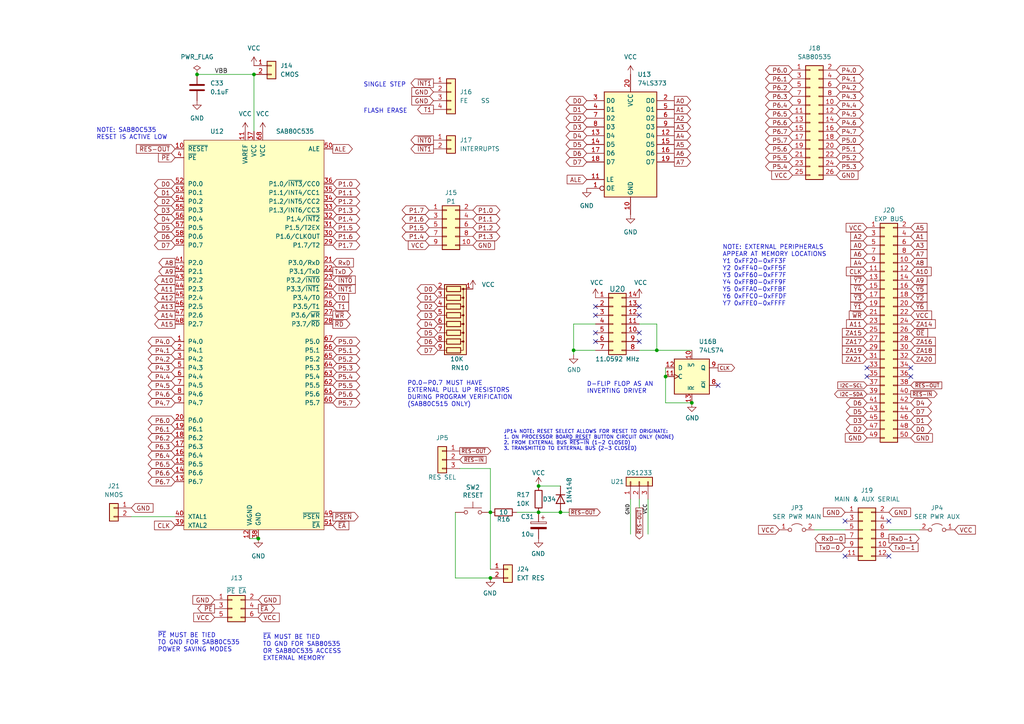
<source format=kicad_sch>
(kicad_sch (version 20211123) (generator eeschema)
  (paper "A4")
  (junction (at 142.24 167.64))
  (junction (at 142.24 148.59))
  (junction (at 57.15 21.59))
  (junction (at 156.21 148.59))
  (junction (at 156.21 140.97))
  (junction (at 200.66 116.84))
  (junction (at 73.66 21.59))
  (junction (at 162.56 148.59))
  (junction (at 166.37 101.6))
  (junction (at 74.93 156.21))
  (junction (at 190.5 101.6))
  (junction (at 193.04 109.22))
  (no_connect (at 245.11 151.13))
  (no_connect (at 245.11 161.29))
  (no_connect (at 257.81 151.13))
  (no_connect (at 257.81 161.29))
  (no_connect (at 264.16 106.68))
  (no_connect (at 172.72 91.44))
  (no_connect (at 264.16 109.22))
  (no_connect (at 185.42 88.9))
  (no_connect (at 172.72 99.06))
  (no_connect (at 185.42 99.06))
  (no_connect (at 208.28 111.76))
  (no_connect (at 251.46 109.22))
  (no_connect (at 251.46 106.68))
  (no_connect (at 172.72 88.9))
  (no_connect (at 185.42 96.52))
  (no_connect (at 172.72 96.52))
  (no_connect (at 185.42 91.44))
  (wire (pts (xy 142.24 135.89) (xy 133.35 135.89)))
  (wire (pts (xy 165.1 148.59) (xy 162.56 148.59)))
  (wire (pts (xy 266.7 153.67) (xy 257.81 153.67)))
  (wire (pts (xy 193.04 109.22) (xy 193.04 116.84)))
  (wire (pts (xy 132.08 148.59) (xy 132.08 167.64)))
  (wire (pts (xy 57.15 21.59) (xy 73.66 21.59)))
  (wire (pts (xy 166.37 93.98) (xy 166.37 101.6)))
  (wire (pts (xy 132.08 167.64) (xy 142.24 167.64)))
  (wire (pts (xy 72.39 156.21) (xy 74.93 156.21)))
  (wire (pts (xy 190.5 101.6) (xy 200.66 101.6)))
  (wire (pts (xy 193.04 106.68) (xy 193.04 109.22)))
  (wire (pts (xy 182.88 144.78) (xy 182.88 154.94)))
  (wire (pts (xy 142.24 148.59) (xy 142.24 165.1)))
  (wire (pts (xy 162.56 148.59) (xy 156.21 148.59)))
  (wire (pts (xy 156.21 148.59) (xy 149.86 148.59)))
  (wire (pts (xy 166.37 101.6) (xy 172.72 101.6)))
  (wire (pts (xy 38.1 149.86) (xy 50.8 149.86)))
  (wire (pts (xy 190.5 93.98) (xy 190.5 101.6)))
  (wire (pts (xy 73.66 21.59) (xy 73.66 38.1)))
  (wire (pts (xy 185.42 147.32) (xy 185.42 144.78)))
  (wire (pts (xy 187.96 144.78) (xy 187.96 154.94)))
  (wire (pts (xy 236.22 153.67) (xy 245.11 153.67)))
  (wire (pts (xy 156.21 140.97) (xy 162.56 140.97)))
  (wire (pts (xy 185.42 93.98) (xy 190.5 93.98)))
  (wire (pts (xy 172.72 93.98) (xy 166.37 93.98)))
  (wire (pts (xy 166.37 102.87) (xy 166.37 101.6)))
  (wire (pts (xy 142.24 135.89) (xy 142.24 148.59)))
  (wire (pts (xy 190.5 101.6) (xy 185.42 101.6)))
  (wire (pts (xy 193.04 116.84) (xy 200.66 116.84)))
  (text "NOTE: SAB80C535\nRESET IS ACTIVE LOW" (at 27.94 40.64 0) (effects (font (size 1.27 1.27)) (justify left bottom)))
  (text "NOTE: EXTERNAL PERIPHERALS\nAPPEAR AT MEMORY LOCATIONS\nY1 0xFF20-0xFF3F\nY2 0xFF40-0xFF5F\nY3 0xFF60-0xFF7F\nY4 0xFF80-0xFF9F\nY5 0xFFA0-0xFFBF\nY6 0xFFC0-0xFFDF\nY7 0xFFE0-0xFFFF\n" (at 209.55 88.9 0) (effects (font (size 1.27 1.27)) (justify left bottom)))
  (text "D-FLIP FLOP AS AN \nINVERTING DRIVER" (at 170.18 114.3 0) (effects (font (size 1.27 1.27)) (justify left bottom)))
  (text "JP14 NOTE: RESET SELECT ALLOWS FOR RESET TO ORIGINATE:\n1. ON PROCESSOR BOARD RESET BUTTON CIRCUIT ONLY (NONE)\n2. FROM EXTERNAL BUS ~{RES-IN} (1-2 CLOSED)\n3. TRANSMITTED TO EXTERNAL BUS (2-3 CLOSED)" (at 146.05 130.81 0) (effects (font (size 1.016 1.016)) (justify left bottom)))
  (text "SINGLE STEP" (at 105.41 25.4 0) (effects (font (size 1.27 1.27)) (justify left bottom)))
  (text "~{EA} MUST BE TIED\nTO GND FOR SAB80535 \nOR SAB80C535 ACCESS\nEXTERNAL MEMORY" (at 76.2 191.77 0) (effects (font (size 1.27 1.27)) (justify left bottom)))
  (text "FLASH ERASE" (at 105.41 33.02 0) (effects (font (size 1.27 1.27)) (justify left bottom)))
  (text "~{PE} MUST BE TIED\nTO GND FOR SAB80C535\nPOWER SAVING MODES" (at 45.72 189.23 0) (effects (font (size 1.27 1.27)) (justify left bottom)))
  (text "P0.0-P0.7 MUST HAVE \nEXTERNAL PULL UP RESISTORS\nDURING PROGRAM VERIFICATION\n(SAB80C515 ONLY)" (at 118.11 118.11 0) (effects (font (size 1.27 1.27)) (justify left bottom)))
  (label "VBB" (at 62.23 21.59 0))
  (label "GND" (at 182.88 146.05 270) (effects (font (size 1.016 1.016))))
  (label "VCC" (at 187.96 146.05 270) (effects (font (size 1.016 1.016))))
  (global_label "D7" (shape bidirectional) (at 264.16 119.38 0) (property "Intersheet References" "${INTERSHEET_REFS}" (effects hide)))
  (global_label "P6.5" (shape bidirectional) (at 50.8 134.62 180) (property "Intersheet References" "${INTERSHEET_REFS}" (effects hide)))
  (global_label "P4.7" (shape bidirectional) (at 50.8 116.84 180) (property "Intersheet References" "${INTERSHEET_REFS}" (effects hide)))
  (global_label "CLK" (shape input) (at 251.46 78.74 180) (property "Intersheet References" "${INTERSHEET_REFS}" (effects hide)))
  (global_label "~{EA}" (shape input) (at 96.52 152.4 0) (property "Intersheet References" "${INTERSHEET_REFS}" (effects hide)))
  (global_label "~{PSEN}" (shape output) (at 96.52 149.86 0) (property "Intersheet References" "${INTERSHEET_REFS}" (effects hide)))
  (global_label "P1.3" (shape bidirectional) (at 96.52 60.96 0) (property "Intersheet References" "${INTERSHEET_REFS}" (effects hide)))
  (global_label "P5.6" (shape bidirectional) (at 229.87 43.18 180) (property "Intersheet References" "${INTERSHEET_REFS}" (effects hide)))
  (global_label "P6.1" (shape bidirectional) (at 50.8 124.46 180) (property "Intersheet References" "${INTERSHEET_REFS}" (effects hide)))
  (global_label "~{EA}" (shape output) (at 74.93 176.53 0) (property "Intersheet References" "${INTERSHEET_REFS}" (effects hide)))
  (global_label "P4.4" (shape bidirectional) (at 242.57 30.48 0) (property "Intersheet References" "${INTERSHEET_REFS}" (effects hide)))
  (global_label "P6.1" (shape bidirectional) (at 229.87 22.86 180) (property "Intersheet References" "${INTERSHEET_REFS}" (effects hide)))
  (global_label "D3" (shape bidirectional) (at 127 91.44 180) (property "Intersheet References" "${INTERSHEET_REFS}" (effects hide)))
  (global_label "D1" (shape bidirectional) (at 127 86.36 180) (property "Intersheet References" "${INTERSHEET_REFS}" (effects hide)))
  (global_label "ZA20" (shape input) (at 264.16 104.14 0) (property "Intersheet References" "${INTERSHEET_REFS}" (effects hide)))
  (global_label "P5.3" (shape bidirectional) (at 96.52 106.68 0) (property "Intersheet References" "${INTERSHEET_REFS}" (effects hide)))
  (global_label "P1.6" (shape bidirectional) (at 96.52 68.58 0) (property "Intersheet References" "${INTERSHEET_REFS}" (effects hide)))
  (global_label "I2C-SCL" (shape input) (at 251.46 111.76 180) (effects (font (size 1.016 1.016))) (property "Intersheet References" "${INTERSHEET_REFS}" (effects hide)))
  (global_label "CLK" (shape output) (at 208.28 106.68 0) (effects (font (size 1.016 1.016))) (property "Intersheet References" "${INTERSHEET_REFS}" (effects hide)))
  (global_label "P5.0" (shape bidirectional) (at 242.57 40.64 0) (property "Intersheet References" "${INTERSHEET_REFS}" (effects hide)))
  (global_label "A11" (shape input) (at 251.46 93.98 180) (property "Intersheet References" "${INTERSHEET_REFS}" (effects hide)))
  (global_label "P6.4" (shape bidirectional) (at 229.87 30.48 180) (property "Intersheet References" "${INTERSHEET_REFS}" (effects hide)))
  (global_label "A8" (shape input) (at 264.16 76.2 0) (property "Intersheet References" "${INTERSHEET_REFS}" (effects hide)))
  (global_label "P5.6" (shape bidirectional) (at 96.52 114.3 0) (property "Intersheet References" "${INTERSHEET_REFS}" (effects hide)))
  (global_label "A7" (shape input) (at 264.16 73.66 0) (property "Intersheet References" "${INTERSHEET_REFS}" (effects hide)))
  (global_label "D5" (shape bidirectional) (at 50.8 66.04 180) (property "Intersheet References" "${INTERSHEET_REFS}" (effects hide)))
  (global_label "D7" (shape bidirectional) (at 170.18 46.99 180) (property "Intersheet References" "${INTERSHEET_REFS}" (effects hide)))
  (global_label "CLK" (shape input) (at 50.8 152.4 180) (property "Intersheet References" "${INTERSHEET_REFS}" (effects hide)))
  (global_label "D5" (shape bidirectional) (at 170.18 41.91 180) (property "Intersheet References" "${INTERSHEET_REFS}" (effects hide)))
  (global_label "~{INT1}" (shape input) (at 96.52 83.82 0) (property "Intersheet References" "${INTERSHEET_REFS}" (effects hide)))
  (global_label "P5.1" (shape bidirectional) (at 96.52 101.6 0) (property "Intersheet References" "${INTERSHEET_REFS}" (effects hide)))
  (global_label "A4" (shape input) (at 251.46 76.2 180) (property "Intersheet References" "${INTERSHEET_REFS}" (effects hide)))
  (global_label "P4.7" (shape bidirectional) (at 242.57 38.1 0) (property "Intersheet References" "${INTERSHEET_REFS}" (effects hide)))
  (global_label "P1.1" (shape bidirectional) (at 96.52 55.88 0) (property "Intersheet References" "${INTERSHEET_REFS}" (effects hide)))
  (global_label "VCC" (shape input) (at 62.23 179.07 180) (property "Intersheet References" "${INTERSHEET_REFS}" (effects hide)))
  (global_label "A13" (shape output) (at 50.8 88.9 180) (property "Intersheet References" "${INTERSHEET_REFS}" (effects hide)))
  (global_label "GND" (shape input) (at 125.73 29.21 180) (property "Intersheet References" "${INTERSHEET_REFS}" (effects hide)))
  (global_label "D6" (shape bidirectional) (at 170.18 44.45 180) (property "Intersheet References" "${INTERSHEET_REFS}" (effects hide)))
  (global_label "D1" (shape bidirectional) (at 264.16 121.92 0) (property "Intersheet References" "${INTERSHEET_REFS}" (effects hide)))
  (global_label "P1.1" (shape bidirectional) (at 137.16 63.5 0) (property "Intersheet References" "${INTERSHEET_REFS}" (effects hide)))
  (global_label "A9" (shape input) (at 264.16 81.28 0) (property "Intersheet References" "${INTERSHEET_REFS}" (effects hide)))
  (global_label "GND" (shape input) (at 251.46 127 180) (property "Intersheet References" "${INTERSHEET_REFS}" (effects hide)))
  (global_label "P1.4" (shape bidirectional) (at 124.46 68.58 180) (property "Intersheet References" "${INTERSHEET_REFS}" (effects hide)))
  (global_label "P1.5" (shape bidirectional) (at 96.52 66.04 0) (property "Intersheet References" "${INTERSHEET_REFS}" (effects hide)))
  (global_label "P1.5" (shape bidirectional) (at 124.46 66.04 180) (property "Intersheet References" "${INTERSHEET_REFS}" (effects hide)))
  (global_label "A7" (shape output) (at 195.58 46.99 0) (property "Intersheet References" "${INTERSHEET_REFS}" (effects hide)))
  (global_label "P5.5" (shape bidirectional) (at 96.52 111.76 0) (property "Intersheet References" "${INTERSHEET_REFS}" (effects hide)))
  (global_label "P1.0" (shape bidirectional) (at 137.16 60.96 0) (property "Intersheet References" "${INTERSHEET_REFS}" (effects hide)))
  (global_label "~{Y2}" (shape input) (at 264.16 86.36 0) (property "Intersheet References" "${INTERSHEET_REFS}" (effects hide)))
  (global_label "~{Y6}" (shape input) (at 264.16 88.9 0) (property "Intersheet References" "${INTERSHEET_REFS}" (effects hide)))
  (global_label "ZA17" (shape input) (at 251.46 99.06 180) (property "Intersheet References" "${INTERSHEET_REFS}" (effects hide)))
  (global_label "P1.4" (shape bidirectional) (at 96.52 63.5 0) (property "Intersheet References" "${INTERSHEET_REFS}" (effects hide)))
  (global_label "VCC" (shape input) (at 226.06 153.67 180) (property "Intersheet References" "${INTERSHEET_REFS}" (effects hide)))
  (global_label "D2" (shape bidirectional) (at 251.46 124.46 180) (property "Intersheet References" "${INTERSHEET_REFS}" (effects hide)))
  (global_label "P6.7" (shape bidirectional) (at 50.8 139.7 180) (property "Intersheet References" "${INTERSHEET_REFS}" (effects hide)))
  (global_label "GND" (shape input) (at 62.23 173.99 180) (property "Intersheet References" "${INTERSHEET_REFS}" (effects hide)))
  (global_label "ZA14" (shape input) (at 264.16 93.98 0) (property "Intersheet References" "${INTERSHEET_REFS}" (effects hide)))
  (global_label "~{RES-IN}" (shape output) (at 264.16 114.3 0) (effects (font (size 1.016 1.016))) (property "Intersheet References" "${INTERSHEET_REFS}" (effects hide)))
  (global_label "RxD-0" (shape output) (at 245.11 156.21 180) (property "Intersheet References" "${INTERSHEET_REFS}" (effects hide)))
  (global_label "T1" (shape output) (at 125.73 31.75 180) (property "Intersheet References" "${INTERSHEET_REFS}" (effects hide)))
  (global_label "P6.5" (shape bidirectional) (at 229.87 33.02 180) (property "Intersheet References" "${INTERSHEET_REFS}" (effects hide)))
  (global_label "A6" (shape output) (at 195.58 44.45 0) (property "Intersheet References" "${INTERSHEET_REFS}" (effects hide)))
  (global_label "P5.7" (shape bidirectional) (at 229.87 40.64 180) (property "Intersheet References" "${INTERSHEET_REFS}" (effects hide)))
  (global_label "A2" (shape input) (at 251.46 68.58 180) (property "Intersheet References" "${INTERSHEET_REFS}" (effects hide)))
  (global_label "ALE" (shape input) (at 170.18 52.07 180) (property "Intersheet References" "${INTERSHEET_REFS}" (effects hide)))
  (global_label "~{WR}" (shape input) (at 251.46 91.44 180) (property "Intersheet References" "${INTERSHEET_REFS}" (effects hide)))
  (global_label "GND" (shape input) (at 125.73 26.67 180) (property "Intersheet References" "${INTERSHEET_REFS}" (effects hide)))
  (global_label "A9" (shape output) (at 50.8 78.74 180) (property "Intersheet References" "${INTERSHEET_REFS}" (effects hide)))
  (global_label "RxD-1" (shape output) (at 257.81 156.21 0) (property "Intersheet References" "${INTERSHEET_REFS}" (effects hide)))
  (global_label "A5" (shape output) (at 195.58 41.91 0) (property "Intersheet References" "${INTERSHEET_REFS}" (effects hide)))
  (global_label "GND" (shape input) (at 242.57 50.8 0) (property "Intersheet References" "${INTERSHEET_REFS}" (effects hide)))
  (global_label "P4.0" (shape bidirectional) (at 242.57 20.32 0) (property "Intersheet References" "${INTERSHEET_REFS}" (effects hide)))
  (global_label "~{RES-IN}" (shape input) (at 133.35 133.35 0) (effects (font (size 1.016 1.016))) (property "Intersheet References" "${INTERSHEET_REFS}" (effects hide)))
  (global_label "D0" (shape bidirectional) (at 127 83.82 180) (property "Intersheet References" "${INTERSHEET_REFS}" (effects hide)))
  (global_label "~{Y4}" (shape input) (at 251.46 83.82 180) (property "Intersheet References" "${INTERSHEET_REFS}" (effects hide)))
  (global_label "D5" (shape bidirectional) (at 251.46 119.38 180) (property "Intersheet References" "${INTERSHEET_REFS}" (effects hide)))
  (global_label "~{INT0}" (shape input) (at 96.52 81.28 0) (property "Intersheet References" "${INTERSHEET_REFS}" (effects hide)))
  (global_label "VCC" (shape input) (at 276.86 153.67 0) (property "Intersheet References" "${INTERSHEET_REFS}" (effects hide)))
  (global_label "P4.5" (shape bidirectional) (at 50.8 111.76 180) (property "Intersheet References" "${INTERSHEET_REFS}" (effects hide)))
  (global_label "P1.2" (shape bidirectional) (at 137.16 66.04 0) (property "Intersheet References" "${INTERSHEET_REFS}" (effects hide)))
  (global_label "GND" (shape input) (at 245.11 148.59 180) (property "Intersheet References" "${INTERSHEET_REFS}" (effects hide)))
  (global_label "ZA18" (shape input) (at 264.16 101.6 0) (property "Intersheet References" "${INTERSHEET_REFS}" (effects hide)))
  (global_label "A4" (shape output) (at 195.58 39.37 0) (property "Intersheet References" "${INTERSHEET_REFS}" (effects hide)))
  (global_label "A10" (shape output) (at 50.8 81.28 180) (property "Intersheet References" "${INTERSHEET_REFS}" (effects hide)))
  (global_label "D0" (shape bidirectional) (at 170.18 29.21 180) (property "Intersheet References" "${INTERSHEET_REFS}" (effects hide)))
  (global_label "~{RES-OUT}" (shape input) (at 264.16 111.76 0) (effects (font (size 1.016 1.016))) (property "Intersheet References" "${INTERSHEET_REFS}" (effects hide)))
  (global_label "P5.5" (shape bidirectional) (at 229.87 45.72 180) (property "Intersheet References" "${INTERSHEET_REFS}" (effects hide)))
  (global_label "D4" (shape bidirectional) (at 264.16 116.84 0) (property "Intersheet References" "${INTERSHEET_REFS}" (effects hide)))
  (global_label "D7" (shape bidirectional) (at 50.8 71.12 180) (property "Intersheet References" "${INTERSHEET_REFS}" (effects hide)))
  (global_label "P4.6" (shape bidirectional) (at 50.8 114.3 180) (property "Intersheet References" "${INTERSHEET_REFS}" (effects hide)))
  (global_label "A15" (shape output) (at 50.8 93.98 180) (property "Intersheet References" "${INTERSHEET_REFS}" (effects hide)))
  (global_label "D6" (shape bidirectional) (at 251.46 116.84 180) (property "Intersheet References" "${INTERSHEET_REFS}" (effects hide)))
  (global_label "A12" (shape output) (at 50.8 86.36 180) (property "Intersheet References" "${INTERSHEET_REFS}" (effects hide)))
  (global_label "~{RES-OUT}" (shape output) (at 133.35 130.81 0) (effects (font (size 1.016 1.016))) (property "Intersheet References" "${INTERSHEET_REFS}" (effects hide)))
  (global_label "P4.3" (shape bidirectional) (at 50.8 106.68 180) (property "Intersheet References" "${INTERSHEET_REFS}" (effects hide)))
  (global_label "P6.6" (shape bidirectional) (at 50.8 137.16 180) (property "Intersheet References" "${INTERSHEET_REFS}" (effects hide)))
  (global_label "GND" (shape input) (at 264.16 127 0) (property "Intersheet References" "${INTERSHEET_REFS}" (effects hide)))
  (global_label "~{WR}" (shape output) (at 96.52 91.44 0) (property "Intersheet References" "${INTERSHEET_REFS}" (effects hide)))
  (global_label "GND" (shape input) (at 38.1 147.32 0) (property "Intersheet References" "${INTERSHEET_REFS}" (effects hide)))
  (global_label "P5.0" (shape bidirectional) (at 96.52 99.06 0) (property "Intersheet References" "${INTERSHEET_REFS}" (effects hide)))
  (global_label "A0" (shape output) (at 195.58 29.21 0) (property "Intersheet References" "${INTERSHEET_REFS}" (effects hide)))
  (global_label "VCC" (shape input) (at 74.93 179.07 0) (property "Intersheet References" "${INTERSHEET_REFS}" (effects hide)))
  (global_label "P5.2" (shape bidirectional) (at 96.52 104.14 0) (property "Intersheet References" "${INTERSHEET_REFS}" (effects hide)))
  (global_label "P4.6" (shape bidirectional) (at 242.57 35.56 0) (property "Intersheet References" "${INTERSHEET_REFS}" (effects hide)))
  (global_label "~{RD}" (shape output) (at 96.52 93.98 0) (property "Intersheet References" "${INTERSHEET_REFS}" (effects hide)))
  (global_label "~{INT1}" (shape output) (at 125.73 24.13 180) (property "Intersheet References" "${INTERSHEET_REFS}" (effects hide)))
  (global_label "A2" (shape output) (at 195.58 34.29 0) (property "Intersheet References" "${INTERSHEET_REFS}" (effects hide)))
  (global_label "VCC" (shape input) (at 251.46 66.04 180) (property "Intersheet References" "${INTERSHEET_REFS}" (effects hide)))
  (global_label "~{PE}" (shape output) (at 62.23 176.53 180) (property "Intersheet References" "${INTERSHEET_REFS}" (effects hide)))
  (global_label "D3" (shape bidirectional) (at 50.8 60.96 180) (property "Intersheet References" "${INTERSHEET_REFS}" (effects hide)))
  (global_label "ALE" (shape output) (at 96.52 43.18 0) (property "Intersheet References" "${INTERSHEET_REFS}" (effects hide)))
  (global_label "P1.2" (shape bidirectional) (at 96.52 58.42 0) (property "Intersheet References" "${INTERSHEET_REFS}" (effects hide)))
  (global_label "P1.6" (shape bidirectional) (at 124.46 63.5 180) (property "Intersheet References" "${INTERSHEET_REFS}" (effects hide)))
  (global_label "P5.4" (shape bidirectional) (at 229.87 48.26 180) (property "Intersheet References" "${INTERSHEET_REFS}" (effects hide)))
  (global_label "P6.6" (shape bidirectional) (at 229.87 35.56 180) (property "Intersheet References" "${INTERSHEET_REFS}" (effects hide)))
  (global_label "TxD-0" (shape input) (at 245.11 158.75 180) (property "Intersheet References" "${INTERSHEET_REFS}" (effects hide)))
  (global_label "P4.4" (shape bidirectional) (at 50.8 109.22 180) (property "Intersheet References" "${INTERSHEET_REFS}" (effects hide)))
  (global_label "D6" (shape bidirectional) (at 127 99.06 180) (property "Intersheet References" "${INTERSHEET_REFS}" (effects hide)))
  (global_label "A5" (shape input) (at 264.16 66.04 0) (property "Intersheet References" "${INTERSHEET_REFS}" (effects hide)))
  (global_label "~{RES-OUT}" (shape output) (at 165.1 148.59 0) (effects (font (size 1.016 1.016))) (property "Intersheet References" "${INTERSHEET_REFS}" (effects hide)))
  (global_label "D3" (shape bidirectional) (at 170.18 36.83 180) (property "Intersheet References" "${INTERSHEET_REFS}" (effects hide)))
  (global_label "P6.3" (shape bidirectional) (at 229.87 27.94 180) (property "Intersheet References" "${INTERSHEET_REFS}" (effects hide)))
  (global_label "A6" (shape input) (at 251.46 73.66 180) (property "Intersheet References" "${INTERSHEET_REFS}" (effects hide)))
  (global_label "GND" (shape input) (at 74.93 173.99 0) (property "Intersheet References" "${INTERSHEET_REFS}" (effects hide)))
  (global_label "ZA16" (shape input) (at 264.16 99.06 0) (property "Intersheet References" "${INTERSHEET_REFS}" (effects hide)))
  (global_label "P4.2" (shape bidirectional) (at 242.57 25.4 0) (property "Intersheet References" "${INTERSHEET_REFS}" (effects hide)))
  (global_label "T1" (shape input) (at 96.52 88.9 0) (property "Intersheet References" "${INTERSHEET_REFS}" (effects hide)))
  (global_label "P6.7" (shape bidirectional) (at 229.87 38.1 180) (property "Intersheet References" "${INTERSHEET_REFS}" (effects hide)))
  (global_label "A14" (shape output) (at 50.8 91.44 180) (property "Intersheet References" "${INTERSHEET_REFS}" (effects hide)))
  (global_label "P4.0" (shape bidirectional) (at 50.8 99.06 180) (property "Intersheet References" "${INTERSHEET_REFS}" (effects hide)))
  (global_label "D4" (shape bidirectional) (at 170.18 39.37 180) (property "Intersheet References" "${INTERSHEET_REFS}" (effects hide)))
  (global_label "ZA19" (shape input) (at 251.46 101.6 180) (property "Intersheet References" "${INTERSHEET_REFS}" (effects hide)))
  (global_label "A10" (shape input) (at 264.16 78.74 0) (property "Intersheet References" "${INTERSHEET_REFS}" (effects hide)))
  (global_label "D2" (shape bidirectional) (at 127 88.9 180) (property "Intersheet References" "${INTERSHEET_REFS}" (effects hide)))
  (global_label "P1.7" (shape bidirectional) (at 96.52 71.12 0) (property "Intersheet References" "${INTERSHEET_REFS}" (effects hide)))
  (global_label "D7" (shape bidirectional) (at 127 101.6 180) (property "Intersheet References" "${INTERSHEET_REFS}" (effects hide)))
  (global_label "~{PE}" (shape input) (at 50.8 45.72 180) (property "Intersheet References" "${INTERSHEET_REFS}" (effects hide)))
  (global_label "ZA15" (shape input) (at 251.46 96.52 180) (property "Intersheet References" "${INTERSHEET_REFS}" (effects hide)))
  (global_label "P1.0" (shape bidirectional) (at 96.52 53.34 0) (property "Intersheet References" "${INTERSHEET_REFS}" (effects hide)))
  (global_label "VCC" (shape input) (at 229.87 50.8 180) (property "Intersheet References" "${INTERSHEET_REFS}" (effects hide)))
  (global_label "P6.0" (shape bidirectional) (at 229.87 20.32 180) (property "Intersheet References" "${INTERSHEET_REFS}" (effects hide)))
  (global_label "TxD" (shape output) (at 96.52 78.74 0) (property "Intersheet References" "${INTERSHEET_REFS}" (effects hide)))
  (global_label "ZA21" (shape input) (at 251.46 104.14 180) (property "Intersheet References" "${INTERSHEET_REFS}" (effects hide)))
  (global_label "~{RES-OUT}" (shape input) (at 50.8 43.18 180) (property "Intersheet References" "${INTERSHEET_REFS}" (effects hide)))
  (global_label "P4.1" (shape bidirectional) (at 50.8 101.6 180) (property "Intersheet References" "${INTERSHEET_REFS}" (effects hide)))
  (global_label "P4.3" (shape bidirectional) (at 242.57 27.94 0) (property "Intersheet References" "${INTERSHEET_REFS}" (effects hide)))
  (global_label "D4" (shape bidirectional) (at 50.8 63.5 180) (property "Intersheet References" "${INTERSHEET_REFS}" (effects hide)))
  (global_label "P5.3" (shape bidirectional) (at 242.57 48.26 0) (property "Intersheet References" "${INTERSHEET_REFS}" (effects hide)))
  (global_label "P1.3" (shape bidirectional) (at 137.16 68.58 0) (property "Intersheet References" "${INTERSHEET_REFS}" (effects hide)))
  (global_label "VCC" (shape input) (at 124.46 71.12 180) (property "Intersheet References" "${INTERSHEET_REFS}" (effects hide)))
  (global_label "D6" (shape bidirectional) (at 50.8 68.58 180) (property "Intersheet References" "${INTERSHEET_REFS}" (effects hide)))
  (global_label "TxD-1" (shape input) (at 257.81 158.75 0) (property "Intersheet References" "${INTERSHEET_REFS}" (effects hide)))
  (global_label "P5.7" (shape bidirectional) (at 96.52 116.84 0) (property "Intersheet References" "${INTERSHEET_REFS}" (effects hide)))
  (global_label "A11" (shape output) (at 50.8 83.82 180) (property "Intersheet References" "${INTERSHEET_REFS}" (effects hide)))
  (global_label "P5.2" (shape bidirectional) (at 242.57 45.72 0) (property "Intersheet References" "${INTERSHEET_REFS}" (effects hide)))
  (global_label "D2" (shape bidirectional) (at 170.18 34.29 180) (property "Intersheet References" "${INTERSHEET_REFS}" (effects hide)))
  (global_label "~{INT1}" (shape output) (at 125.73 43.18 180) (property "Intersheet References" "${INTERSHEET_REFS}" (effects hide)))
  (global_label "RxD" (shape input) (at 96.52 76.2 0) (property "Intersheet References" "${INTERSHEET_REFS}" (effects hide)))
  (global_label "P6.4" (shape bidirectional) (at 50.8 132.08 180) (property "Intersheet References" "${INTERSHEET_REFS}" (effects hide)))
  (global_label "D1" (shape bidirectional) (at 170.18 31.75 180) (property "Intersheet References" "${INTERSHEET_REFS}" (effects hide)))
  (global_label "D0" (shape bidirectional) (at 50.8 53.34 180) (property "Intersheet References" "${INTERSHEET_REFS}" (effects hide)))
  (global_label "GND" (shape input) (at 257.81 148.59 0) (property "Intersheet References" "${INTERSHEET_REFS}" (effects hide)))
  (global_label "P5.4" (shape bidirectional) (at 96.52 109.22 0) (property "Intersheet References" "${INTERSHEET_REFS}" (effects hide)))
  (global_label "VCC" (shape input) (at 264.16 91.44 0) (property "Intersheet References" "${INTERSHEET_REFS}" (effects hide)))
  (global_label "D2" (shape bidirectional) (at 50.8 58.42 180) (property "Intersheet References" "${INTERSHEET_REFS}" (effects hide)))
  (global_label "P4.1" (shape bidirectional) (at 242.57 22.86 0) (property "Intersheet References" "${INTERSHEET_REFS}" (effects hide)))
  (global_label "A1" (shape input) (at 264.16 68.58 0) (property "Intersheet References" "${INTERSHEET_REFS}" (effects hide)))
  (global_label "~{Y5}" (shape input) (at 264.16 83.82 0) (property "Intersheet References" "${INTERSHEET_REFS}" (effects hide)))
  (global_label "GND" (shape input) (at 137.16 71.12 0) (property "Intersheet References" "${INTERSHEET_REFS}" (effects hide)))
  (global_label "D0" (shape bidirectional) (at 264.16 124.46 0) (property "Intersheet References" "${INTERSHEET_REFS}" (effects hide)))
  (global_label "P6.2" (shape bidirectional) (at 50.8 127 180) (property "Intersheet References" "${INTERSHEET_REFS}" (effects hide)))
  (global_label "A3" (shape input) (at 264.16 71.12 0) (property "Intersheet References" "${INTERSHEET_REFS}" (effects hide)))
  (global_label "D4" (shape bidirectional) (at 127 93.98 180) (property "Intersheet References" "${INTERSHEET_REFS}" (effects hide)))
  (global_label "P6.2" (shape bidirectional) (at 229.87 25.4 180) (property "Intersheet References" "${INTERSHEET_REFS}" (effects hide)))
  (global_label "~{Y3}" (shape input) (at 251.46 86.36 180) (property "Intersheet References" "${INTERSHEET_REFS}" (effects hide)))
  (global_label "A3" (shape output) (at 195.58 36.83 0) (property "Intersheet References" "${INTERSHEET_REFS}" (effects hide)))
  (global_label "T0" (shape input) (at 96.52 86.36 0) (property "Intersheet References" "${INTERSHEET_REFS}" (effects hide)))
  (global_label "P1.7" (shape bidirectional) (at 124.46 60.96 180) (property "Intersheet References" "${INTERSHEET_REFS}" (effects hide)))
  (global_label "~{Y7}" (shape input) (at 251.46 81.28 180) (property "Intersheet References" "${INTERSHEET_REFS}" (effects hide)))
  (global_label "D3" (shape bidirectional) (at 251.46 121.92 180) (property "Intersheet References" "${INTERSHEET_REFS}" (effects hide)))
  (global_label "~{RES-OUT}" (shape output) (at 185.42 147.32 270) (effects (font (size 1.016 1.016))) (property "Intersheet References" "${INTERSHEET_REFS}" (effects hide)))
  (global_label "~{INT0}" (shape output) (at 125.73 40.64 180) (property "Intersheet References" "${INTERSHEET_REFS}" (effects hide)))
  (global_label "P4.2" (shape bidirectional) (at 50.8 104.14 180) (property "Intersheet References" "${INTERSHEET_REFS}" (effects hide)))
  (global_label "P5.1" (shape bidirectional) (at 242.57 43.18 0) (property "Intersheet References" "${INTERSHEET_REFS}" (effects hide)))
  (global_label "P6.3" (shape bidirectional) (at 50.8 129.54 180) (property "Intersheet References" "${INTERSHEET_REFS}" (effects hide)))
  (global_label "A1" (shape output) (at 195.58 31.75 0) (property "Intersheet References" "${INTERSHEET_REFS}" (effects hide)))
  (global_label "P6.0" (shape bidirectional) (at 50.8 121.92 180) (property "Intersheet References" "${INTERSHEET_REFS}" (effects hide)))
  (global_label "I2C-SDA" (shape bidirectional) (at 251.46 114.3 180) (effects (font (size 1.016 1.016))) (property "Intersheet References" "${INTERSHEET_REFS}" (effects hide)))
  (global_label "~{Y1}" (shape input) (at 251.46 88.9 180) (property "Intersheet References" "${INTERSHEET_REFS}" (effects hide)))
  (global_label "~{OE}" (shape input) (at 264.16 96.52 0) (property "Intersheet References" "${INTERSHEET_REFS}" (effects hide)))
  (global_label "A0" (shape input) (at 251.46 71.12 180) (property "Intersheet References" "${INTERSHEET_REFS}" (effects hide)))
  (global_label "P4.5" (shape bidirectional) (at 242.57 33.02 0) (property "Intersheet References" "${INTERSHEET_REFS}" (effects hide)))
  (global_label "A8" (shape output) (at 50.8 76.2 180) (property "Intersheet References" "${INTERSHEET_REFS}" (effects hide)))
  (global_label "D1" (shape bidirectional) (at 50.8 55.88 180) (property "Intersheet References" "${INTERSHEET_REFS}" (effects hide)))
  (global_label "D5" (shape bidirectional) (at 127 96.52 180) (property "Intersheet References" "${INTERSHEET_REFS}" (effects hide)))
  (symbol (lib_id "Connector_Generic:Conn_01x02") (at 147.32 165.1 0) (unit 1)
    (property "Reference" "J24" (at 149.86 165.0999 0) (effects (justify left)))
    (property "Value" "EXT RES" (at 149.86 167.6399 0) (effects (justify left)))
    (property "Footprint" "Connector_PinSocket_2.54mm:PinSocket_1x02_P2.54mm_Vertical" (effects hide))
  )
  (symbol (lib_id "Connector_Generic:Conn_02x05_Odd_Even") (at 129.54 66.04 0) (unit 1)
    (property "Reference" "J15" (at 130.81 55.88 0))
    (property "Value" "P1" (at 130.81 58.42 0))
    (property "Footprint" "Connector_IDC:IDC-Header_2x05_P2.54mm_Horizontal" (effects hide))
  )
  (symbol (lib_id "power:GND") (at 166.37 102.87 0) (unit 1)
    (property "Reference" "#PWR036" (effects hide))
    (property "Value" "GND" (at 166.497 107.2642 0))
  )
  (symbol (lib_id "Connector_Generic:Conn_01x03") (at 185.42 139.7 90) (unit 1)
    (property "Reference" "U21" (at 179.07 139.7 90))
    (property "Value" "DS1233" (at 185.42 137.16 90))
    (property "Footprint" "Package_TO_SOT_THT:TO-92L_HandSolder" (effects hide))
  )
  (symbol (lib_id "power:GND") (at 200.66 116.84 0) (unit 1)
    (property "Reference" "#PWR071" (effects hide))
    (property "Value" "GND" (at 200.787 121.2342 0))
  )
  (symbol (lib_id "Connector_Generic:Conn_01x02") (at 130.81 40.64 0) (unit 1)
    (property "Reference" "J17" (at 133.35 40.6399 0) (effects (justify left)))
    (property "Value" "INTERRUPTS" (at 133.35 43.1799 0) (effects (justify left)))
    (property "Footprint" "Connector_PinSocket_2.54mm:PinSocket_1x02_P2.54mm_Vertical" (effects hide))
  )
  (symbol (lib_id "power:GND") (at 170.18 54.61 0) (unit 1)
    (property "Reference" "#PWR045" (effects hide))
    (property "Value" "GND" (at 170.18 59.69 0))
  )
  (symbol (lib_id "power:VCC") (at 73.66 19.05 0) (unit 1)
    (property "Reference" "#PWR039" (effects hide))
    (property "Value" "VCC" (at 73.66 13.97 0))
  )
  (symbol (lib_id "74xx:74LS74") (at 200.66 109.22 0) (unit 2)
    (property "Reference" "U16" (at 202.6794 99.06 0) (effects (justify left)))
    (property "Value" "74LS74" (at 202.6794 101.6 0) (effects (justify left)))
    (property "Footprint" "Package_DIP:DIP-14_W7.62mm_Socket" (effects hide))
    (property "Datasheet" "74xx/74hc_hct74.pdf" (effects hide))
  )
  (symbol (lib_id "Connector_Generic:Conn_01x03") (at 128.27 133.35 0) (mirror y) (unit 1)
    (property "Reference" "JP5" (at 128.27 127 0))
    (property "Value" "RES SEL" (at 128.27 138.43 0))
    (property "Footprint" "Connector_PinHeader_2.54mm:PinHeader_1x03_P2.54mm_Vertical" (effects hide))
  )
  (symbol (lib_id "Connector_Generic:Conn_02x13_Odd_Even") (at 234.95 35.56 0) (unit 1)
    (property "Reference" "J18" (at 236.22 13.97 0))
    (property "Value" "SAB80535" (at 236.22 16.51 0))
    (property "Footprint" "Connector_IDC:IDC-Header_2x13_P2.54mm_Horizontal" (effects hide))
  )
  (symbol (lib_id "Connector_Generic:Conn_02x03_Odd_Even") (at 67.31 176.53 0) (unit 1)
    (property "Reference" "J13" (at 68.58 167.64 0))
    (property "Value" "~{PE} ~{EA}" (at 68.58 171.45 0))
    (property "Footprint" "Connector_PinHeader_2.54mm:PinHeader_2x03_P2.54mm_Vertical" (effects hide))
  )
  (symbol (lib_id "power:VCC") (at 182.88 21.59 0) (unit 1)
    (property "Reference" "#PWR046" (effects hide))
    (property "Value" "VCC" (at 182.88 16.51 0))
  )
  (symbol (lib_id "power:GND") (at 57.15 29.21 0) (unit 1)
    (property "Reference" "#PWR037" (effects hide))
    (property "Value" "GND" (at 57.15 34.29 0))
  )
  (symbol (lib_id "power:VCC") (at 76.2 38.1 0) (unit 1)
    (property "Reference" "#PWR041" (effects hide))
    (property "Value" "VCC" (at 76.2 33.02 0))
  )
  (symbol (lib_id "Device:R") (at 156.21 144.78 0) (mirror x) (unit 1)
    (property "Reference" "R17" (at 153.67 143.5099 0) (effects (justify right)))
    (property "Value" "10K" (at 153.67 146.0499 0) (effects (justify right)))
    (property "Footprint" "Resistor_THT:R_Axial_DIN0207_L6.3mm_D2.5mm_P7.62mm_Horizontal" (effects hide))
  )
  (symbol (lib_id "Device:R") (at 146.05 148.59 90) (mirror x) (unit 1)
    (property "Reference" "R16" (at 146.05 150.622 90))
    (property "Value" "10" (at 146.05 148.59 90))
    (property "Footprint" "Resistor_THT:R_Axial_DIN0207_L6.3mm_D2.5mm_P7.62mm_Horizontal" (effects hide))
  )
  (symbol (lib_id "Jumper:Jumper_2_Open") (at 231.14 153.67 0) (unit 1)
    (property "Reference" "JP3" (at 231.14 147.32 0))
    (property "Value" "SER PWR MAIN" (at 231.14 149.86 0))
    (property "Footprint" "Connector_PinHeader_2.54mm:PinHeader_1x02_P2.54mm_Vertical" (effects hide))
  )
  (symbol (lib_id "Connector_Generic:Conn_02x06_Odd_Even") (at 250.19 153.67 0) (unit 1)
    (property "Reference" "J19" (at 251.46 142.24 0))
    (property "Value" "MAIN & AUX SERIAL" (at 251.46 144.78 0))
    (property "Footprint" "Connector_IDC:IDC-Header_2x06_P2.54mm_Horizontal" (effects hide))
  )
  (symbol (lib_id "MCU_SAB80C535:SAB80C535") (at 73.66 68.58 0) (unit 1)
    (property "Reference" "U12" (at 60.96 38.1 0) (effects (justify left)))
    (property "Value" "SAB80C535" (at 80.01 38.1 0) (effects (justify left)))
    (property "Footprint" "Package_LCC:PLCC-68_THT-Socket" (effects hide))
  )
  (symbol (lib_id "power:VCC") (at 172.72 86.36 0) (unit 1)
    (property "Reference" "#PWR062" (effects hide))
    (property "Value" "VCC" (at 173.101 81.9658 0))
  )
  (symbol (lib_id "power:VCC") (at 185.42 86.36 0) (unit 1)
    (property "Reference" "#PWR063" (effects hide))
    (property "Value" "VCC" (at 185.801 81.9658 0))
  )
  (symbol (lib_id "74xx:74LS373") (at 182.88 41.91 0) (unit 1)
    (property "Reference" "U13" (at 184.8994 21.59 0) (effects (justify left)))
    (property "Value" "74LS373" (at 184.8994 24.13 0) (effects (justify left)))
    (property "Footprint" "Package_DIP:DIP-20_W7.62mm_Socket" (effects hide))
    (property "Datasheet" "http://www.ti.com/lit/gpn/sn74LS373" (effects hide))
  )
  (symbol (lib_id "Device:R_Network08") (at 132.08 93.98 270) (unit 1)
    (property "Reference" "RN10" (at 130.81 106.68 90) (effects (justify left)))
    (property "Value" "10K" (at 130.5561 104.14 90) (effects (justify left)))
    (property "Footprint" "Resistor_THT:R_Array_SIP9" (effects hide))
    (property "Datasheet" "http://www.vishay.com/docs/31509/csc.pdf" (effects hide))
  )
  (symbol (lib_id "power:VCC") (at 137.16 83.82 0) (unit 1)
    (property "Reference" "#PWR044" (effects hide))
    (property "Value" "VCC" (at 139.7 82.5499 0) (effects (justify left)))
  )
  (symbol (lib_id "power:GND") (at 142.24 167.64 0) (mirror y) (unit 1)
    (property "Reference" "#PWR043" (effects hide))
    (property "Value" "GND" (at 142.113 172.0342 0))
  )
  (symbol (lib_id "power:PWR_FLAG") (at 57.15 21.59 0) (unit 1)
    (property "Reference" "#FLG07" (effects hide))
    (property "Value" "PWR_FLAG" (at 57.15 16.51 0))
  )
  (symbol (lib_id "Switch:SW_Push") (at 137.16 148.59 0) (mirror y) (unit 1)
    (property "Reference" "SW2" (at 137.16 141.351 0))
    (property "Value" "RESET" (at 137.16 143.6624 0))
    (property "Footprint" "Button_Switch_THT:SW_PUSH_6mm" (effects hide))
  )
  (symbol (lib_id "Connector_Generic:Conn_01x04") (at 130.81 26.67 0) (unit 1)
    (property "Reference" "J16" (at 133.35 26.6699 0) (effects (justify left)))
    (property "Value" "FE    SS" (at 133.35 29.2099 0) (effects (justify left)))
    (property "Footprint" "Connector_PinHeader_2.54mm:PinHeader_1x04_P2.54mm_Vertical" (effects hide))
  )
  (symbol (lib_id "Diode:1N4148") (at 162.56 144.78 90) (mirror x) (unit 1)
    (property "Reference" "D34" (at 161.29 144.78 90) (effects (justify left)))
    (property "Value" "1N4148" (at 165.1 138.43 0) (effects (justify left)))
    (property "Footprint" "Diode_THT:D_DO-35_SOD27_P7.62mm_Horizontal" (effects hide))
    (property "Datasheet" "https://assets.nexperia.com/documents/data-sheet/1N4148_1N4448.pdf" (effects hide))
  )
  (symbol (lib_id "Connector_Generic:Conn_02x07_Counter_Clockwise") (at 177.8 93.98 0) (unit 1)
    (property "Reference" "U20" (at 179.07 83.82 0) (effects (font (size 1.524 1.524))))
    (property "Value" "11.0592 MHz" (at 179.07 104.14 0))
    (property "Footprint" "Package_DIP:DIP-14_W7.62mm_Socket" (effects hide))
  )
  (symbol (lib_id "Device:C_Polarized") (at 156.21 152.4 0) (mirror y) (unit 1)
    (property "Reference" "C31" (at 154.94 149.86 0) (effects (justify left)))
    (property "Value" "10u" (at 154.94 154.94 0) (effects (justify left)))
    (property "Footprint" "Capacitor_THT:CP_Radial_D5.0mm_P2.50mm" (effects hide))
  )
  (symbol (lib_id "power:GND") (at 156.21 156.21 0) (mirror y) (unit 1)
    (property "Reference" "#PWR066" (effects hide))
    (property "Value" "GND" (at 156.083 160.6042 0))
  )
  (symbol (lib_id "power:VCC") (at 156.21 140.97 0) (unit 1)
    (property "Reference" "#PWR042" (effects hide))
    (property "Value" "VCC" (at 156.21 137.16 0))
  )
  (symbol (lib_id "Device:C") (at 57.15 25.4 0) (unit 1)
    (property "Reference" "C33" (at 60.96 24.1299 0) (effects (justify left)))
    (property "Value" "0.1uF" (at 60.96 26.6699 0) (effects (justify left)))
    (property "Footprint" "Capacitor_THT:C_Disc_D5.0mm_W2.5mm_P5.00mm" (effects hide))
  )
  (symbol (lib_id "Connector_Generic:Conn_01x02") (at 33.02 147.32 0) (mirror y) (unit 1)
    (property "Reference" "J21" (at 33.02 140.97 0))
    (property "Value" "NMOS" (at 33.02 143.51 0))
    (property "Footprint" "Connector_PinSocket_2.54mm:PinSocket_1x02_P2.54mm_Vertical" (effects hide))
  )
  (symbol (lib_id "power:GND") (at 182.88 62.23 0) (unit 1)
    (property "Reference" "#PWR047" (effects hide))
    (property "Value" "GND" (at 182.88 67.31 0))
  )
  (symbol (lib_id "power:VCC") (at 71.12 38.1 0) (unit 1)
    (property "Reference" "#PWR038" (effects hide))
    (property "Value" "VCC" (at 71.12 33.02 0))
  )
  (symbol (lib_id "Connector_Generic:Conn_01x02") (at 78.74 19.05 0) (unit 1)
    (property "Reference" "J14" (at 81.28 19.0499 0) (effects (justify left)))
    (property "Value" "CMOS" (at 81.28 21.5899 0) (effects (justify left)))
    (property "Footprint" "Connector_PinSocket_2.54mm:PinSocket_1x02_P2.54mm_Vertical" (effects hide))
  )
  (symbol (lib_id "Jumper:Jumper_2_Open") (at 271.78 153.67 0) (mirror y) (unit 1)
    (property "Reference" "JP4" (at 271.78 147.32 0))
    (property "Value" "SER PWR AUX" (at 271.78 149.86 0))
    (property "Footprint" "Connector_PinHeader_2.54mm:PinHeader_1x02_P2.54mm_Vertical" (effects hide))
  )
  (symbol (lib_id "power:GND") (at 74.93 156.21 0) (unit 1)
    (property "Reference" "#PWR040" (effects hide))
    (property "Value" "GND" (at 74.93 161.29 0))
  )
  (symbol (lib_id "Connector_Generic:Conn_02x25_Odd_Even") (at 256.54 96.52 0) (unit 1)
    (property "Reference" "J20" (at 257.81 60.96 0))
    (property "Value" "EXP BUS" (at 257.81 63.5 0))
    (property "Footprint" "Connector_IDC:IDC-Header_2x25_P2.54mm_Horizontal" (effects hide))
  )
)
</source>
